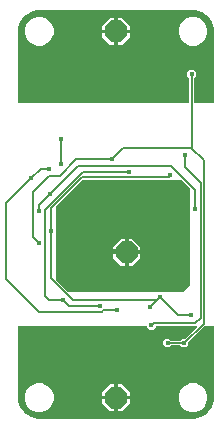
<source format=gbr>
G04 EAGLE Gerber RS-274X export*
G75*
%MOMM*%
%FSLAX34Y34*%
%LPD*%
%INBottom Copper*%
%IPPOS*%
%AMOC8*
5,1,8,0,0,1.08239X$1,22.5*%
G01*
%ADD10P,1.948302X8X202.500000*%
%ADD11P,1.948302X8X22.500000*%
%ADD12C,0.127000*%
%ADD13C,0.452400*%

G36*
X166263Y269242D02*
X166263Y269242D01*
X166282Y269240D01*
X166384Y269262D01*
X166486Y269279D01*
X166503Y269288D01*
X166523Y269292D01*
X166612Y269345D01*
X166703Y269394D01*
X166717Y269408D01*
X166734Y269418D01*
X166801Y269497D01*
X166873Y269572D01*
X166881Y269590D01*
X166894Y269605D01*
X166933Y269701D01*
X166976Y269795D01*
X166978Y269815D01*
X166986Y269833D01*
X167004Y270000D01*
X167004Y290344D01*
X166990Y290434D01*
X166982Y290525D01*
X166970Y290555D01*
X166965Y290587D01*
X166922Y290668D01*
X166886Y290752D01*
X166860Y290784D01*
X166849Y290804D01*
X166826Y290827D01*
X166781Y290883D01*
X165377Y292287D01*
X165377Y295213D01*
X167447Y297283D01*
X170373Y297283D01*
X172443Y295213D01*
X172443Y292287D01*
X171039Y290883D01*
X170986Y290809D01*
X170926Y290739D01*
X170914Y290709D01*
X170895Y290683D01*
X170868Y290596D01*
X170834Y290511D01*
X170830Y290470D01*
X170823Y290448D01*
X170824Y290416D01*
X170816Y290344D01*
X170816Y270000D01*
X170819Y269980D01*
X170817Y269961D01*
X170839Y269859D01*
X170855Y269757D01*
X170865Y269740D01*
X170869Y269720D01*
X170922Y269631D01*
X170971Y269540D01*
X170985Y269526D01*
X170995Y269509D01*
X171074Y269442D01*
X171149Y269371D01*
X171167Y269362D01*
X171182Y269349D01*
X171278Y269310D01*
X171372Y269267D01*
X171392Y269265D01*
X171410Y269257D01*
X171577Y269239D01*
X187238Y269239D01*
X187258Y269242D01*
X187277Y269240D01*
X187379Y269262D01*
X187481Y269279D01*
X187498Y269288D01*
X187518Y269292D01*
X187607Y269345D01*
X187698Y269394D01*
X187712Y269408D01*
X187729Y269418D01*
X187796Y269497D01*
X187868Y269572D01*
X187876Y269590D01*
X187889Y269605D01*
X187928Y269701D01*
X187971Y269795D01*
X187973Y269815D01*
X187981Y269833D01*
X187999Y270000D01*
X187999Y330000D01*
X187996Y330022D01*
X187997Y330060D01*
X187785Y332756D01*
X187783Y332762D01*
X187784Y332768D01*
X187750Y332932D01*
X186083Y338061D01*
X186067Y338093D01*
X186058Y338128D01*
X185975Y338273D01*
X182805Y342637D01*
X182780Y342662D01*
X182761Y342692D01*
X182637Y342805D01*
X178273Y345975D01*
X178241Y345991D01*
X178214Y346014D01*
X178061Y346083D01*
X172932Y347750D01*
X172926Y347751D01*
X172921Y347753D01*
X172756Y347785D01*
X170060Y347997D01*
X170038Y347995D01*
X170000Y347999D01*
X40000Y347999D01*
X39978Y347996D01*
X39940Y347997D01*
X37244Y347785D01*
X37238Y347783D01*
X37232Y347784D01*
X37068Y347750D01*
X31939Y346083D01*
X31907Y346067D01*
X31872Y346058D01*
X31727Y345975D01*
X27363Y342805D01*
X27338Y342780D01*
X27308Y342761D01*
X27195Y342637D01*
X24025Y338273D01*
X24009Y338241D01*
X23986Y338214D01*
X23917Y338061D01*
X22250Y332932D01*
X22249Y332926D01*
X22247Y332921D01*
X22215Y332756D01*
X22003Y330060D01*
X22005Y330038D01*
X22001Y330000D01*
X22001Y270000D01*
X22004Y269980D01*
X22002Y269961D01*
X22024Y269859D01*
X22040Y269757D01*
X22050Y269740D01*
X22054Y269720D01*
X22107Y269631D01*
X22156Y269540D01*
X22170Y269526D01*
X22180Y269509D01*
X22259Y269442D01*
X22334Y269371D01*
X22352Y269362D01*
X22367Y269349D01*
X22463Y269310D01*
X22557Y269267D01*
X22577Y269265D01*
X22595Y269257D01*
X22762Y269239D01*
X166243Y269239D01*
X166263Y269242D01*
G37*
G36*
X170022Y2004D02*
X170022Y2004D01*
X170060Y2003D01*
X172756Y2215D01*
X172762Y2217D01*
X172768Y2216D01*
X172932Y2250D01*
X178061Y3917D01*
X178093Y3933D01*
X178128Y3942D01*
X178273Y4025D01*
X182637Y7195D01*
X182662Y7220D01*
X182692Y7239D01*
X182805Y7363D01*
X185975Y11727D01*
X185991Y11759D01*
X186014Y11786D01*
X186083Y11939D01*
X187750Y17068D01*
X187751Y17074D01*
X187753Y17079D01*
X187785Y17244D01*
X187997Y19940D01*
X187995Y19962D01*
X187999Y20000D01*
X187999Y80000D01*
X187996Y80020D01*
X187998Y80039D01*
X187976Y80141D01*
X187960Y80243D01*
X187950Y80260D01*
X187946Y80280D01*
X187893Y80369D01*
X187844Y80460D01*
X187830Y80474D01*
X187820Y80491D01*
X187741Y80558D01*
X187666Y80630D01*
X187648Y80638D01*
X187633Y80651D01*
X187537Y80690D01*
X187443Y80733D01*
X187423Y80735D01*
X187405Y80743D01*
X187238Y80761D01*
X180292Y80761D01*
X180202Y80747D01*
X180111Y80739D01*
X180081Y80727D01*
X180049Y80722D01*
X179968Y80679D01*
X179884Y80643D01*
X179852Y80617D01*
X179832Y80606D01*
X179809Y80583D01*
X179753Y80538D01*
X166316Y67101D01*
X166263Y67027D01*
X166203Y66957D01*
X166191Y66927D01*
X166172Y66901D01*
X166145Y66814D01*
X166111Y66729D01*
X166107Y66688D01*
X166100Y66666D01*
X166101Y66634D01*
X166093Y66562D01*
X166093Y64577D01*
X164023Y62507D01*
X161097Y62507D01*
X159693Y63911D01*
X159619Y63964D01*
X159549Y64024D01*
X159519Y64036D01*
X159493Y64055D01*
X159406Y64082D01*
X159321Y64116D01*
X159280Y64120D01*
X159258Y64127D01*
X159226Y64126D01*
X159154Y64134D01*
X151996Y64134D01*
X151906Y64120D01*
X151815Y64112D01*
X151785Y64100D01*
X151753Y64095D01*
X151672Y64052D01*
X151588Y64016D01*
X151556Y63990D01*
X151535Y63979D01*
X151513Y63956D01*
X151457Y63911D01*
X150053Y62507D01*
X147127Y62507D01*
X145057Y64577D01*
X145057Y67503D01*
X147127Y69573D01*
X150053Y69573D01*
X151457Y68169D01*
X151531Y68116D01*
X151601Y68056D01*
X151631Y68044D01*
X151657Y68025D01*
X151744Y67998D01*
X151829Y67964D01*
X151870Y67960D01*
X151892Y67953D01*
X151924Y67954D01*
X151996Y67946D01*
X159154Y67946D01*
X159244Y67960D01*
X159335Y67968D01*
X159365Y67980D01*
X159397Y67985D01*
X159478Y68028D01*
X159562Y68064D01*
X159594Y68090D01*
X159615Y68101D01*
X159637Y68124D01*
X159693Y68169D01*
X161097Y69573D01*
X163082Y69573D01*
X163172Y69587D01*
X163263Y69595D01*
X163293Y69607D01*
X163325Y69612D01*
X163406Y69655D01*
X163490Y69691D01*
X163522Y69717D01*
X163542Y69728D01*
X163565Y69751D01*
X163621Y69796D01*
X173287Y79462D01*
X173328Y79520D01*
X173378Y79572D01*
X173400Y79619D01*
X173430Y79661D01*
X173451Y79730D01*
X173481Y79795D01*
X173487Y79847D01*
X173503Y79897D01*
X173501Y79968D01*
X173509Y80039D01*
X173497Y80090D01*
X173496Y80142D01*
X173472Y80210D01*
X173456Y80280D01*
X173430Y80325D01*
X173412Y80373D01*
X173367Y80429D01*
X173330Y80491D01*
X173291Y80525D01*
X173258Y80565D01*
X173198Y80604D01*
X173143Y80651D01*
X173095Y80670D01*
X173051Y80698D01*
X172982Y80716D01*
X172915Y80743D01*
X172844Y80751D01*
X172813Y80759D01*
X172789Y80757D01*
X172748Y80761D01*
X139214Y80761D01*
X139194Y80758D01*
X139175Y80760D01*
X139073Y80738D01*
X138971Y80722D01*
X138954Y80712D01*
X138934Y80708D01*
X138845Y80655D01*
X138754Y80606D01*
X138740Y80592D01*
X138723Y80582D01*
X138656Y80503D01*
X138584Y80428D01*
X138576Y80410D01*
X138563Y80395D01*
X138524Y80299D01*
X138481Y80205D01*
X138479Y80185D01*
X138471Y80167D01*
X138453Y80000D01*
X138453Y79657D01*
X136383Y77587D01*
X133457Y77587D01*
X131387Y79657D01*
X131387Y80000D01*
X131384Y80020D01*
X131386Y80039D01*
X131364Y80141D01*
X131348Y80243D01*
X131338Y80260D01*
X131334Y80280D01*
X131281Y80369D01*
X131232Y80460D01*
X131218Y80474D01*
X131208Y80491D01*
X131129Y80558D01*
X131054Y80630D01*
X131036Y80638D01*
X131021Y80651D01*
X130925Y80690D01*
X130831Y80733D01*
X130811Y80735D01*
X130793Y80743D01*
X130626Y80761D01*
X22762Y80761D01*
X22742Y80758D01*
X22723Y80760D01*
X22621Y80738D01*
X22519Y80722D01*
X22502Y80712D01*
X22482Y80708D01*
X22393Y80655D01*
X22302Y80606D01*
X22288Y80592D01*
X22271Y80582D01*
X22204Y80503D01*
X22132Y80428D01*
X22124Y80410D01*
X22111Y80395D01*
X22072Y80299D01*
X22029Y80205D01*
X22027Y80185D01*
X22019Y80167D01*
X22001Y80000D01*
X22001Y20000D01*
X22004Y19978D01*
X22003Y19940D01*
X22215Y17244D01*
X22217Y17238D01*
X22216Y17232D01*
X22250Y17068D01*
X23917Y11939D01*
X23933Y11907D01*
X23942Y11872D01*
X24025Y11727D01*
X27195Y7363D01*
X27220Y7338D01*
X27239Y7308D01*
X27363Y7195D01*
X31727Y4025D01*
X31759Y4009D01*
X31786Y3986D01*
X31939Y3917D01*
X37068Y2250D01*
X37074Y2249D01*
X37079Y2247D01*
X37244Y2215D01*
X39940Y2003D01*
X39962Y2005D01*
X40000Y2001D01*
X170000Y2001D01*
X170022Y2004D01*
G37*
G36*
X160970Y109253D02*
X160970Y109253D01*
X161057Y109259D01*
X161091Y109273D01*
X161126Y109279D01*
X161204Y109319D01*
X161285Y109353D01*
X161321Y109382D01*
X161344Y109394D01*
X161365Y109416D01*
X161417Y109457D01*
X167533Y115457D01*
X167589Y115533D01*
X167651Y115605D01*
X167662Y115632D01*
X167679Y115655D01*
X167707Y115745D01*
X167743Y115833D01*
X167747Y115869D01*
X167753Y115889D01*
X167753Y115922D01*
X167761Y116000D01*
X167761Y196638D01*
X167747Y196728D01*
X167739Y196819D01*
X167727Y196849D01*
X167722Y196881D01*
X167679Y196962D01*
X167643Y197046D01*
X167617Y197078D01*
X167606Y197098D01*
X167583Y197121D01*
X167538Y197177D01*
X161177Y203538D01*
X161103Y203591D01*
X161033Y203651D01*
X161003Y203663D01*
X160977Y203682D01*
X160890Y203709D01*
X160805Y203743D01*
X160764Y203747D01*
X160742Y203754D01*
X160710Y203753D01*
X160638Y203761D01*
X76252Y203761D01*
X76162Y203747D01*
X76071Y203739D01*
X76041Y203727D01*
X76009Y203722D01*
X75928Y203679D01*
X75844Y203643D01*
X75812Y203617D01*
X75792Y203606D01*
X75769Y203583D01*
X75713Y203538D01*
X54462Y182287D01*
X54409Y182213D01*
X54349Y182143D01*
X54337Y182113D01*
X54318Y182087D01*
X54291Y182000D01*
X54257Y181915D01*
X54253Y181874D01*
X54246Y181852D01*
X54247Y181820D01*
X54239Y181748D01*
X54239Y119902D01*
X54246Y119860D01*
X54245Y119857D01*
X54249Y119840D01*
X54254Y119812D01*
X54261Y119721D01*
X54273Y119691D01*
X54279Y119659D01*
X54295Y119628D01*
X54297Y119616D01*
X54324Y119573D01*
X54357Y119494D01*
X54383Y119462D01*
X54394Y119442D01*
X54413Y119423D01*
X54424Y119405D01*
X54438Y119393D01*
X54462Y119363D01*
X64363Y109462D01*
X64437Y109409D01*
X64507Y109349D01*
X64537Y109337D01*
X64563Y109318D01*
X64650Y109291D01*
X64735Y109257D01*
X64776Y109253D01*
X64798Y109246D01*
X64830Y109247D01*
X64902Y109239D01*
X160884Y109239D01*
X160970Y109253D01*
G37*
%LPC*%
G36*
X167613Y317999D02*
X167613Y317999D01*
X163202Y319826D01*
X159826Y323202D01*
X157999Y327613D01*
X157999Y332387D01*
X159826Y336798D01*
X163202Y340174D01*
X167613Y342001D01*
X172387Y342001D01*
X176798Y340174D01*
X180174Y336798D01*
X182001Y332387D01*
X182001Y327613D01*
X180174Y323202D01*
X176798Y319826D01*
X172387Y317999D01*
X167613Y317999D01*
G37*
%LPD*%
%LPC*%
G36*
X37613Y317999D02*
X37613Y317999D01*
X33202Y319826D01*
X29826Y323202D01*
X27999Y327613D01*
X27999Y332387D01*
X29826Y336798D01*
X33202Y340174D01*
X37613Y342001D01*
X42387Y342001D01*
X46798Y340174D01*
X50174Y336798D01*
X52001Y332387D01*
X52001Y327613D01*
X50174Y323202D01*
X46798Y319826D01*
X42387Y317999D01*
X37613Y317999D01*
G37*
%LPD*%
%LPC*%
G36*
X167613Y7999D02*
X167613Y7999D01*
X163202Y9826D01*
X159826Y13202D01*
X157999Y17613D01*
X157999Y22387D01*
X159826Y26798D01*
X163202Y30174D01*
X167613Y32001D01*
X172387Y32001D01*
X176798Y30174D01*
X180174Y26798D01*
X182001Y22387D01*
X182001Y17613D01*
X180174Y13202D01*
X176798Y9826D01*
X172387Y7999D01*
X167613Y7999D01*
G37*
%LPD*%
%LPC*%
G36*
X37613Y7999D02*
X37613Y7999D01*
X33202Y9826D01*
X29826Y13202D01*
X27999Y17613D01*
X27999Y22387D01*
X29826Y26798D01*
X33202Y30174D01*
X37613Y32001D01*
X42387Y32001D01*
X46798Y30174D01*
X50174Y26798D01*
X52001Y22387D01*
X52001Y17613D01*
X50174Y13202D01*
X46798Y9826D01*
X42387Y7999D01*
X37613Y7999D01*
G37*
%LPD*%
%LPC*%
G36*
X106523Y331523D02*
X106523Y331523D01*
X106523Y341541D01*
X109780Y341541D01*
X116541Y334780D01*
X116541Y331523D01*
X106523Y331523D01*
G37*
%LPD*%
%LPC*%
G36*
X115523Y144523D02*
X115523Y144523D01*
X115523Y154541D01*
X118780Y154541D01*
X125541Y147780D01*
X125541Y144523D01*
X115523Y144523D01*
G37*
%LPD*%
%LPC*%
G36*
X106523Y21523D02*
X106523Y21523D01*
X106523Y31541D01*
X109780Y31541D01*
X116541Y24780D01*
X116541Y21523D01*
X106523Y21523D01*
G37*
%LPD*%
%LPC*%
G36*
X93459Y331523D02*
X93459Y331523D01*
X93459Y334780D01*
X100220Y341541D01*
X103477Y341541D01*
X103477Y331523D01*
X93459Y331523D01*
G37*
%LPD*%
%LPC*%
G36*
X106523Y318459D02*
X106523Y318459D01*
X106523Y328477D01*
X116541Y328477D01*
X116541Y325220D01*
X109780Y318459D01*
X106523Y318459D01*
G37*
%LPD*%
%LPC*%
G36*
X102459Y144523D02*
X102459Y144523D01*
X102459Y147780D01*
X109220Y154541D01*
X112477Y154541D01*
X112477Y144523D01*
X102459Y144523D01*
G37*
%LPD*%
%LPC*%
G36*
X115523Y131459D02*
X115523Y131459D01*
X115523Y141477D01*
X125541Y141477D01*
X125541Y138220D01*
X118780Y131459D01*
X115523Y131459D01*
G37*
%LPD*%
%LPC*%
G36*
X93459Y21523D02*
X93459Y21523D01*
X93459Y24780D01*
X100220Y31541D01*
X103477Y31541D01*
X103477Y21523D01*
X93459Y21523D01*
G37*
%LPD*%
%LPC*%
G36*
X106523Y8459D02*
X106523Y8459D01*
X106523Y18477D01*
X116541Y18477D01*
X116541Y15220D01*
X109780Y8459D01*
X106523Y8459D01*
G37*
%LPD*%
%LPC*%
G36*
X100220Y318459D02*
X100220Y318459D01*
X93459Y325220D01*
X93459Y328477D01*
X103477Y328477D01*
X103477Y318459D01*
X100220Y318459D01*
G37*
%LPD*%
%LPC*%
G36*
X109220Y131459D02*
X109220Y131459D01*
X102459Y138220D01*
X102459Y141477D01*
X112477Y141477D01*
X112477Y131459D01*
X109220Y131459D01*
G37*
%LPD*%
%LPC*%
G36*
X100220Y8459D02*
X100220Y8459D01*
X93459Y15220D01*
X93459Y18477D01*
X103477Y18477D01*
X103477Y8459D01*
X100220Y8459D01*
G37*
%LPD*%
%LPC*%
G36*
X104999Y329999D02*
X104999Y329999D01*
X104999Y330001D01*
X105001Y330001D01*
X105001Y329999D01*
X104999Y329999D01*
G37*
%LPD*%
%LPC*%
G36*
X113999Y142999D02*
X113999Y142999D01*
X113999Y143001D01*
X114001Y143001D01*
X114001Y142999D01*
X113999Y142999D01*
G37*
%LPD*%
%LPC*%
G36*
X104999Y19999D02*
X104999Y19999D01*
X104999Y20001D01*
X105001Y20001D01*
X105001Y19999D01*
X104999Y19999D01*
G37*
%LPD*%
D10*
X105000Y20000D03*
D11*
X105000Y330000D03*
X114000Y143000D03*
D12*
X148590Y66040D02*
X162560Y66040D01*
X168910Y231520D02*
X111110Y231520D01*
X101410Y221820D01*
X168790Y231020D02*
X179070Y220740D01*
X179070Y82550D01*
X162560Y66040D01*
X34290Y156210D02*
X34290Y193990D01*
X34290Y156210D02*
X39370Y151130D01*
X34290Y193990D02*
X48180Y207880D01*
X57470Y207880D01*
X71410Y221820D02*
X101410Y221820D01*
X71410Y221820D02*
X57470Y207880D01*
X168910Y231140D02*
X168910Y231520D01*
X168910Y293750D01*
X168910Y231140D02*
X168790Y231020D01*
D13*
X148590Y66040D03*
X162560Y66040D03*
X101410Y221820D03*
X39370Y151130D03*
X168910Y293750D03*
D12*
X142240Y105410D02*
X133350Y96520D01*
X139350Y102520D01*
X68610Y102520D01*
X149440Y206780D02*
X150860Y208200D01*
X149440Y206780D02*
X76260Y206780D01*
X50230Y180750D01*
X50230Y160750D01*
X50230Y120900D01*
X157290Y89740D02*
X168290Y89740D01*
X157290Y89740D02*
X142240Y104790D01*
X142240Y105410D01*
D13*
X133350Y96520D03*
X142240Y105410D03*
X50230Y160750D03*
X150860Y208200D03*
X168290Y89740D03*
D12*
X68610Y102520D02*
X50230Y120900D01*
X64960Y97790D02*
X91440Y97790D01*
X64960Y97790D02*
X59960Y102790D01*
X44880Y177800D02*
X44880Y178570D01*
X44880Y177800D02*
X44880Y105870D01*
X47960Y102790D02*
X59960Y102790D01*
X47960Y102790D02*
X44880Y105870D01*
X76720Y211340D02*
X115650Y211340D01*
D13*
X59960Y102790D03*
X91440Y97790D03*
X115650Y211340D03*
D12*
X76720Y211340D02*
X44450Y179070D01*
X44450Y177800D01*
X44880Y177800D01*
X58420Y217960D02*
X58420Y238760D01*
D13*
X58420Y238760D03*
X58420Y217960D03*
D12*
X163020Y215420D02*
X163020Y225440D01*
X163020Y215420D02*
X176530Y201910D01*
X176530Y87630D01*
X172020Y83120D01*
X136920Y83120D02*
X134920Y81120D01*
X136920Y83120D02*
X172020Y83120D01*
D13*
X163020Y225440D03*
X134920Y81120D03*
D12*
X114000Y143000D02*
X112300Y144700D01*
X93900Y144700D01*
X88900Y139700D01*
D13*
X88900Y139700D03*
D12*
X33020Y205740D02*
X41020Y213740D01*
X47990Y213740D01*
X93980Y93980D02*
X105410Y93980D01*
X93980Y93980D02*
X92710Y92710D01*
X39690Y92710D01*
X11750Y120650D01*
X11750Y184470D01*
X33020Y205740D01*
D13*
X47990Y213740D03*
X33020Y205740D03*
X105410Y93980D03*
D12*
X39370Y177720D02*
X39370Y182750D01*
X48990Y192370D01*
X171450Y195960D02*
X171450Y179640D01*
X171450Y195960D02*
X151130Y216280D01*
X72900Y216280D01*
X48990Y192370D01*
D13*
X48990Y192370D03*
X39370Y177720D03*
X171450Y179640D03*
M02*

</source>
